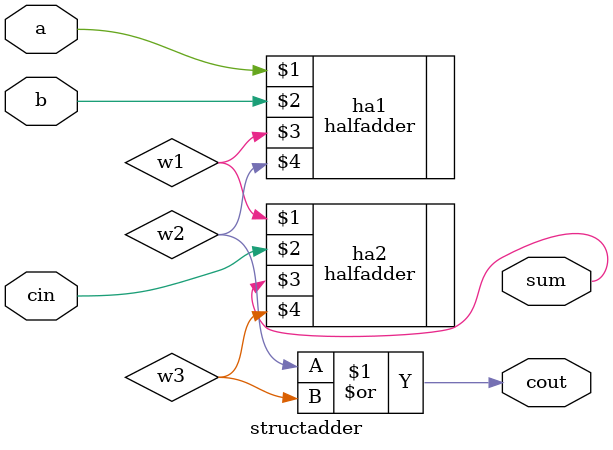
<source format=v>
module structadder(a,b,cin,sum,cout);
input a,b,cin;
output sum,cout;
wire w1,w2,w3;
halfadder ha1(a,b,w1,w2);
halfadder ha2(w1,cin,sum,w3);
or or1(cout,w2,w3);
endmodule

</source>
